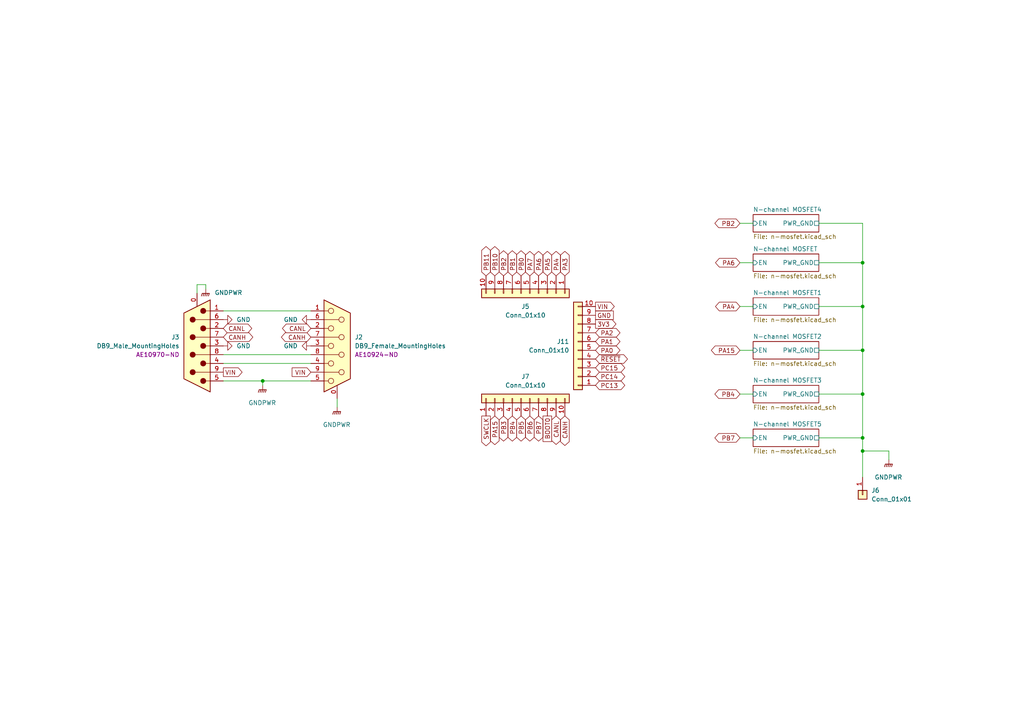
<source format=kicad_sch>
(kicad_sch (version 20211123) (generator eeschema)

  (uuid b8b47959-dd85-42dd-ba35-fe504a2b2ba5)

  (paper "A4")

  (lib_symbols
    (symbol "Connector:DB9_Female_MountingHoles" (pin_names (offset 1.016) hide) (in_bom yes) (on_board yes)
      (property "Reference" "J" (id 0) (at 0 16.51 0)
        (effects (font (size 1.27 1.27)))
      )
      (property "Value" "DB9_Female_MountingHoles" (id 1) (at 0 14.605 0)
        (effects (font (size 1.27 1.27)))
      )
      (property "Footprint" "" (id 2) (at 0 0 0)
        (effects (font (size 1.27 1.27)) hide)
      )
      (property "Datasheet" " ~" (id 3) (at 0 0 0)
        (effects (font (size 1.27 1.27)) hide)
      )
      (property "ki_keywords" "connector female D-SUB" (id 4) (at 0 0 0)
        (effects (font (size 1.27 1.27)) hide)
      )
      (property "ki_description" "9-pin female D-SUB connector, Mounting Hole" (id 5) (at 0 0 0)
        (effects (font (size 1.27 1.27)) hide)
      )
      (property "ki_fp_filters" "DSUB*Female*" (id 6) (at 0 0 0)
        (effects (font (size 1.27 1.27)) hide)
      )
      (symbol "DB9_Female_MountingHoles_0_1"
        (circle (center -1.778 -10.16) (radius 0.762)
          (stroke (width 0) (type default) (color 0 0 0 0))
          (fill (type none))
        )
        (circle (center -1.778 -5.08) (radius 0.762)
          (stroke (width 0) (type default) (color 0 0 0 0))
          (fill (type none))
        )
        (circle (center -1.778 0) (radius 0.762)
          (stroke (width 0) (type default) (color 0 0 0 0))
          (fill (type none))
        )
        (circle (center -1.778 5.08) (radius 0.762)
          (stroke (width 0) (type default) (color 0 0 0 0))
          (fill (type none))
        )
        (circle (center -1.778 10.16) (radius 0.762)
          (stroke (width 0) (type default) (color 0 0 0 0))
          (fill (type none))
        )
        (polyline
          (pts
            (xy -3.81 -10.16)
            (xy -2.54 -10.16)
          )
          (stroke (width 0) (type default) (color 0 0 0 0))
          (fill (type none))
        )
        (polyline
          (pts
            (xy -3.81 -7.62)
            (xy 0.508 -7.62)
          )
          (stroke (width 0) (type default) (color 0 0 0 0))
          (fill (type none))
        )
        (polyline
          (pts
            (xy -3.81 -5.08)
            (xy -2.54 -5.08)
          )
          (stroke (width 0) (type default) (color 0 0 0 0))
          (fill (type none))
        )
        (polyline
          (pts
            (xy -3.81 -2.54)
            (xy 0.508 -2.54)
          )
          (stroke (width 0) (type default) (color 0 0 0 0))
          (fill (type none))
        )
        (polyline
          (pts
            (xy -3.81 0)
            (xy -2.54 0)
          )
          (stroke (width 0) (type default) (color 0 0 0 0))
          (fill (type none))
        )
        (polyline
          (pts
            (xy -3.81 2.54)
            (xy 0.508 2.54)
          )
          (stroke (width 0) (type default) (color 0 0 0 0))
          (fill (type none))
        )
        (polyline
          (pts
            (xy -3.81 5.08)
            (xy -2.54 5.08)
          )
          (stroke (width 0) (type default) (color 0 0 0 0))
          (fill (type none))
        )
        (polyline
          (pts
            (xy -3.81 7.62)
            (xy 0.508 7.62)
          )
          (stroke (width 0) (type default) (color 0 0 0 0))
          (fill (type none))
        )
        (polyline
          (pts
            (xy -3.81 10.16)
            (xy -2.54 10.16)
          )
          (stroke (width 0) (type default) (color 0 0 0 0))
          (fill (type none))
        )
        (polyline
          (pts
            (xy -3.81 13.335)
            (xy -3.81 -13.335)
            (xy 3.81 -9.525)
            (xy 3.81 9.525)
            (xy -3.81 13.335)
          )
          (stroke (width 0.254) (type default) (color 0 0 0 0))
          (fill (type background))
        )
        (circle (center 1.27 -7.62) (radius 0.762)
          (stroke (width 0) (type default) (color 0 0 0 0))
          (fill (type none))
        )
        (circle (center 1.27 -2.54) (radius 0.762)
          (stroke (width 0) (type default) (color 0 0 0 0))
          (fill (type none))
        )
        (circle (center 1.27 2.54) (radius 0.762)
          (stroke (width 0) (type default) (color 0 0 0 0))
          (fill (type none))
        )
        (circle (center 1.27 7.62) (radius 0.762)
          (stroke (width 0) (type default) (color 0 0 0 0))
          (fill (type none))
        )
      )
      (symbol "DB9_Female_MountingHoles_1_1"
        (pin passive line (at 0 -15.24 90) (length 3.81)
          (name "PAD" (effects (font (size 1.27 1.27))))
          (number "0" (effects (font (size 1.27 1.27))))
        )
        (pin passive line (at -7.62 10.16 0) (length 3.81)
          (name "1" (effects (font (size 1.27 1.27))))
          (number "1" (effects (font (size 1.27 1.27))))
        )
        (pin passive line (at -7.62 5.08 0) (length 3.81)
          (name "2" (effects (font (size 1.27 1.27))))
          (number "2" (effects (font (size 1.27 1.27))))
        )
        (pin passive line (at -7.62 0 0) (length 3.81)
          (name "3" (effects (font (size 1.27 1.27))))
          (number "3" (effects (font (size 1.27 1.27))))
        )
        (pin passive line (at -7.62 -5.08 0) (length 3.81)
          (name "4" (effects (font (size 1.27 1.27))))
          (number "4" (effects (font (size 1.27 1.27))))
        )
        (pin passive line (at -7.62 -10.16 0) (length 3.81)
          (name "5" (effects (font (size 1.27 1.27))))
          (number "5" (effects (font (size 1.27 1.27))))
        )
        (pin passive line (at -7.62 7.62 0) (length 3.81)
          (name "6" (effects (font (size 1.27 1.27))))
          (number "6" (effects (font (size 1.27 1.27))))
        )
        (pin passive line (at -7.62 2.54 0) (length 3.81)
          (name "7" (effects (font (size 1.27 1.27))))
          (number "7" (effects (font (size 1.27 1.27))))
        )
        (pin passive line (at -7.62 -2.54 0) (length 3.81)
          (name "8" (effects (font (size 1.27 1.27))))
          (number "8" (effects (font (size 1.27 1.27))))
        )
        (pin passive line (at -7.62 -7.62 0) (length 3.81)
          (name "9" (effects (font (size 1.27 1.27))))
          (number "9" (effects (font (size 1.27 1.27))))
        )
      )
    )
    (symbol "Connector:DB9_Male_MountingHoles" (pin_names (offset 1.016) hide) (in_bom yes) (on_board yes)
      (property "Reference" "J" (id 0) (at 0 16.51 0)
        (effects (font (size 1.27 1.27)))
      )
      (property "Value" "DB9_Male_MountingHoles" (id 1) (at 0 14.605 0)
        (effects (font (size 1.27 1.27)))
      )
      (property "Footprint" "" (id 2) (at 0 0 0)
        (effects (font (size 1.27 1.27)) hide)
      )
      (property "Datasheet" " ~" (id 3) (at 0 0 0)
        (effects (font (size 1.27 1.27)) hide)
      )
      (property "ki_keywords" "connector male D-SUB" (id 4) (at 0 0 0)
        (effects (font (size 1.27 1.27)) hide)
      )
      (property "ki_description" "9-pin male D-SUB connector, Mounting Hole" (id 5) (at 0 0 0)
        (effects (font (size 1.27 1.27)) hide)
      )
      (property "ki_fp_filters" "DSUB*Male*" (id 6) (at 0 0 0)
        (effects (font (size 1.27 1.27)) hide)
      )
      (symbol "DB9_Male_MountingHoles_0_1"
        (circle (center -1.778 -10.16) (radius 0.762)
          (stroke (width 0) (type default) (color 0 0 0 0))
          (fill (type outline))
        )
        (circle (center -1.778 -5.08) (radius 0.762)
          (stroke (width 0) (type default) (color 0 0 0 0))
          (fill (type outline))
        )
        (circle (center -1.778 0) (radius 0.762)
          (stroke (width 0) (type default) (color 0 0 0 0))
          (fill (type outline))
        )
        (circle (center -1.778 5.08) (radius 0.762)
          (stroke (width 0) (type default) (color 0 0 0 0))
          (fill (type outline))
        )
        (circle (center -1.778 10.16) (radius 0.762)
          (stroke (width 0) (type default) (color 0 0 0 0))
          (fill (type outline))
        )
        (polyline
          (pts
            (xy -3.81 -10.16)
            (xy -2.54 -10.16)
          )
          (stroke (width 0) (type default) (color 0 0 0 0))
          (fill (type none))
        )
        (polyline
          (pts
            (xy -3.81 -7.62)
            (xy 0.508 -7.62)
          )
          (stroke (width 0) (type default) (color 0 0 0 0))
          (fill (type none))
        )
        (polyline
          (pts
            (xy -3.81 -5.08)
            (xy -2.54 -5.08)
          )
          (stroke (width 0) (type default) (color 0 0 0 0))
          (fill (type none))
        )
        (polyline
          (pts
            (xy -3.81 -2.54)
            (xy 0.508 -2.54)
          )
          (stroke (width 0) (type default) (color 0 0 0 0))
          (fill (type none))
        )
        (polyline
          (pts
            (xy -3.81 0)
            (xy -2.54 0)
          )
          (stroke (width 0) (type default) (color 0 0 0 0))
          (fill (type none))
        )
        (polyline
          (pts
            (xy -3.81 2.54)
            (xy 0.508 2.54)
          )
          (stroke (width 0) (type default) (color 0 0 0 0))
          (fill (type none))
        )
        (polyline
          (pts
            (xy -3.81 5.08)
            (xy -2.54 5.08)
          )
          (stroke (width 0) (type default) (color 0 0 0 0))
          (fill (type none))
        )
        (polyline
          (pts
            (xy -3.81 7.62)
            (xy 0.508 7.62)
          )
          (stroke (width 0) (type default) (color 0 0 0 0))
          (fill (type none))
        )
        (polyline
          (pts
            (xy -3.81 10.16)
            (xy -2.54 10.16)
          )
          (stroke (width 0) (type default) (color 0 0 0 0))
          (fill (type none))
        )
        (polyline
          (pts
            (xy -3.81 -13.335)
            (xy -3.81 13.335)
            (xy 3.81 9.525)
            (xy 3.81 -9.525)
            (xy -3.81 -13.335)
          )
          (stroke (width 0.254) (type default) (color 0 0 0 0))
          (fill (type background))
        )
        (circle (center 1.27 -7.62) (radius 0.762)
          (stroke (width 0) (type default) (color 0 0 0 0))
          (fill (type outline))
        )
        (circle (center 1.27 -2.54) (radius 0.762)
          (stroke (width 0) (type default) (color 0 0 0 0))
          (fill (type outline))
        )
        (circle (center 1.27 2.54) (radius 0.762)
          (stroke (width 0) (type default) (color 0 0 0 0))
          (fill (type outline))
        )
        (circle (center 1.27 7.62) (radius 0.762)
          (stroke (width 0) (type default) (color 0 0 0 0))
          (fill (type outline))
        )
      )
      (symbol "DB9_Male_MountingHoles_1_1"
        (pin passive line (at 0 -15.24 90) (length 3.81)
          (name "PAD" (effects (font (size 1.27 1.27))))
          (number "0" (effects (font (size 1.27 1.27))))
        )
        (pin passive line (at -7.62 -10.16 0) (length 3.81)
          (name "1" (effects (font (size 1.27 1.27))))
          (number "1" (effects (font (size 1.27 1.27))))
        )
        (pin passive line (at -7.62 -5.08 0) (length 3.81)
          (name "2" (effects (font (size 1.27 1.27))))
          (number "2" (effects (font (size 1.27 1.27))))
        )
        (pin passive line (at -7.62 0 0) (length 3.81)
          (name "3" (effects (font (size 1.27 1.27))))
          (number "3" (effects (font (size 1.27 1.27))))
        )
        (pin passive line (at -7.62 5.08 0) (length 3.81)
          (name "4" (effects (font (size 1.27 1.27))))
          (number "4" (effects (font (size 1.27 1.27))))
        )
        (pin passive line (at -7.62 10.16 0) (length 3.81)
          (name "5" (effects (font (size 1.27 1.27))))
          (number "5" (effects (font (size 1.27 1.27))))
        )
        (pin passive line (at -7.62 -7.62 0) (length 3.81)
          (name "6" (effects (font (size 1.27 1.27))))
          (number "6" (effects (font (size 1.27 1.27))))
        )
        (pin passive line (at -7.62 -2.54 0) (length 3.81)
          (name "7" (effects (font (size 1.27 1.27))))
          (number "7" (effects (font (size 1.27 1.27))))
        )
        (pin passive line (at -7.62 2.54 0) (length 3.81)
          (name "8" (effects (font (size 1.27 1.27))))
          (number "8" (effects (font (size 1.27 1.27))))
        )
        (pin passive line (at -7.62 7.62 0) (length 3.81)
          (name "9" (effects (font (size 1.27 1.27))))
          (number "9" (effects (font (size 1.27 1.27))))
        )
      )
    )
    (symbol "Connector_Generic:Conn_01x01" (pin_names (offset 1.016) hide) (in_bom yes) (on_board yes)
      (property "Reference" "J" (id 0) (at 0 2.54 0)
        (effects (font (size 1.27 1.27)))
      )
      (property "Value" "Conn_01x01" (id 1) (at 0 -2.54 0)
        (effects (font (size 1.27 1.27)))
      )
      (property "Footprint" "" (id 2) (at 0 0 0)
        (effects (font (size 1.27 1.27)) hide)
      )
      (property "Datasheet" "~" (id 3) (at 0 0 0)
        (effects (font (size 1.27 1.27)) hide)
      )
      (property "ki_keywords" "connector" (id 4) (at 0 0 0)
        (effects (font (size 1.27 1.27)) hide)
      )
      (property "ki_description" "Generic connector, single row, 01x01, script generated (kicad-library-utils/schlib/autogen/connector/)" (id 5) (at 0 0 0)
        (effects (font (size 1.27 1.27)) hide)
      )
      (property "ki_fp_filters" "Connector*:*_1x??_*" (id 6) (at 0 0 0)
        (effects (font (size 1.27 1.27)) hide)
      )
      (symbol "Conn_01x01_1_1"
        (rectangle (start -1.27 0.127) (end 0 -0.127)
          (stroke (width 0.1524) (type default) (color 0 0 0 0))
          (fill (type none))
        )
        (rectangle (start -1.27 1.27) (end 1.27 -1.27)
          (stroke (width 0.254) (type default) (color 0 0 0 0))
          (fill (type background))
        )
        (pin passive line (at -5.08 0 0) (length 3.81)
          (name "Pin_1" (effects (font (size 1.27 1.27))))
          (number "1" (effects (font (size 1.27 1.27))))
        )
      )
    )
    (symbol "Connector_Generic:Conn_01x10" (pin_names (offset 1.016) hide) (in_bom yes) (on_board yes)
      (property "Reference" "J" (id 0) (at 0 12.7 0)
        (effects (font (size 1.27 1.27)))
      )
      (property "Value" "Conn_01x10" (id 1) (at 0 -15.24 0)
        (effects (font (size 1.27 1.27)))
      )
      (property "Footprint" "" (id 2) (at 0 0 0)
        (effects (font (size 1.27 1.27)) hide)
      )
      (property "Datasheet" "~" (id 3) (at 0 0 0)
        (effects (font (size 1.27 1.27)) hide)
      )
      (property "ki_keywords" "connector" (id 4) (at 0 0 0)
        (effects (font (size 1.27 1.27)) hide)
      )
      (property "ki_description" "Generic connector, single row, 01x10, script generated (kicad-library-utils/schlib/autogen/connector/)" (id 5) (at 0 0 0)
        (effects (font (size 1.27 1.27)) hide)
      )
      (property "ki_fp_filters" "Connector*:*_1x??_*" (id 6) (at 0 0 0)
        (effects (font (size 1.27 1.27)) hide)
      )
      (symbol "Conn_01x10_1_1"
        (rectangle (start -1.27 -12.573) (end 0 -12.827)
          (stroke (width 0.1524) (type default) (color 0 0 0 0))
          (fill (type none))
        )
        (rectangle (start -1.27 -10.033) (end 0 -10.287)
          (stroke (width 0.1524) (type default) (color 0 0 0 0))
          (fill (type none))
        )
        (rectangle (start -1.27 -7.493) (end 0 -7.747)
          (stroke (width 0.1524) (type default) (color 0 0 0 0))
          (fill (type none))
        )
        (rectangle (start -1.27 -4.953) (end 0 -5.207)
          (stroke (width 0.1524) (type default) (color 0 0 0 0))
          (fill (type none))
        )
        (rectangle (start -1.27 -2.413) (end 0 -2.667)
          (stroke (width 0.1524) (type default) (color 0 0 0 0))
          (fill (type none))
        )
        (rectangle (start -1.27 0.127) (end 0 -0.127)
          (stroke (width 0.1524) (type default) (color 0 0 0 0))
          (fill (type none))
        )
        (rectangle (start -1.27 2.667) (end 0 2.413)
          (stroke (width 0.1524) (type default) (color 0 0 0 0))
          (fill (type none))
        )
        (rectangle (start -1.27 5.207) (end 0 4.953)
          (stroke (width 0.1524) (type default) (color 0 0 0 0))
          (fill (type none))
        )
        (rectangle (start -1.27 7.747) (end 0 7.493)
          (stroke (width 0.1524) (type default) (color 0 0 0 0))
          (fill (type none))
        )
        (rectangle (start -1.27 10.287) (end 0 10.033)
          (stroke (width 0.1524) (type default) (color 0 0 0 0))
          (fill (type none))
        )
        (rectangle (start -1.27 11.43) (end 1.27 -13.97)
          (stroke (width 0.254) (type default) (color 0 0 0 0))
          (fill (type background))
        )
        (pin passive line (at -5.08 10.16 0) (length 3.81)
          (name "Pin_1" (effects (font (size 1.27 1.27))))
          (number "1" (effects (font (size 1.27 1.27))))
        )
        (pin passive line (at -5.08 -12.7 0) (length 3.81)
          (name "Pin_10" (effects (font (size 1.27 1.27))))
          (number "10" (effects (font (size 1.27 1.27))))
        )
        (pin passive line (at -5.08 7.62 0) (length 3.81)
          (name "Pin_2" (effects (font (size 1.27 1.27))))
          (number "2" (effects (font (size 1.27 1.27))))
        )
        (pin passive line (at -5.08 5.08 0) (length 3.81)
          (name "Pin_3" (effects (font (size 1.27 1.27))))
          (number "3" (effects (font (size 1.27 1.27))))
        )
        (pin passive line (at -5.08 2.54 0) (length 3.81)
          (name "Pin_4" (effects (font (size 1.27 1.27))))
          (number "4" (effects (font (size 1.27 1.27))))
        )
        (pin passive line (at -5.08 0 0) (length 3.81)
          (name "Pin_5" (effects (font (size 1.27 1.27))))
          (number "5" (effects (font (size 1.27 1.27))))
        )
        (pin passive line (at -5.08 -2.54 0) (length 3.81)
          (name "Pin_6" (effects (font (size 1.27 1.27))))
          (number "6" (effects (font (size 1.27 1.27))))
        )
        (pin passive line (at -5.08 -5.08 0) (length 3.81)
          (name "Pin_7" (effects (font (size 1.27 1.27))))
          (number "7" (effects (font (size 1.27 1.27))))
        )
        (pin passive line (at -5.08 -7.62 0) (length 3.81)
          (name "Pin_8" (effects (font (size 1.27 1.27))))
          (number "8" (effects (font (size 1.27 1.27))))
        )
        (pin passive line (at -5.08 -10.16 0) (length 3.81)
          (name "Pin_9" (effects (font (size 1.27 1.27))))
          (number "9" (effects (font (size 1.27 1.27))))
        )
      )
    )
    (symbol "power:GND" (power) (pin_names (offset 0)) (in_bom yes) (on_board yes)
      (property "Reference" "#PWR" (id 0) (at 0 -6.35 0)
        (effects (font (size 1.27 1.27)) hide)
      )
      (property "Value" "GND" (id 1) (at 0 -3.81 0)
        (effects (font (size 1.27 1.27)))
      )
      (property "Footprint" "" (id 2) (at 0 0 0)
        (effects (font (size 1.27 1.27)) hide)
      )
      (property "Datasheet" "" (id 3) (at 0 0 0)
        (effects (font (size 1.27 1.27)) hide)
      )
      (property "ki_keywords" "power-flag" (id 4) (at 0 0 0)
        (effects (font (size 1.27 1.27)) hide)
      )
      (property "ki_description" "Power symbol creates a global label with name \"GND\" , ground" (id 5) (at 0 0 0)
        (effects (font (size 1.27 1.27)) hide)
      )
      (symbol "GND_0_1"
        (polyline
          (pts
            (xy 0 0)
            (xy 0 -1.27)
            (xy 1.27 -1.27)
            (xy 0 -2.54)
            (xy -1.27 -1.27)
            (xy 0 -1.27)
          )
          (stroke (width 0) (type default) (color 0 0 0 0))
          (fill (type none))
        )
      )
      (symbol "GND_1_1"
        (pin power_in line (at 0 0 270) (length 0) hide
          (name "GND" (effects (font (size 1.27 1.27))))
          (number "1" (effects (font (size 1.27 1.27))))
        )
      )
    )
    (symbol "power:GNDPWR" (power) (pin_names (offset 0)) (in_bom yes) (on_board yes)
      (property "Reference" "#PWR" (id 0) (at 0 -5.08 0)
        (effects (font (size 1.27 1.27)) hide)
      )
      (property "Value" "GNDPWR" (id 1) (at 0 -3.302 0)
        (effects (font (size 1.27 1.27)))
      )
      (property "Footprint" "" (id 2) (at 0 -1.27 0)
        (effects (font (size 1.27 1.27)) hide)
      )
      (property "Datasheet" "" (id 3) (at 0 -1.27 0)
        (effects (font (size 1.27 1.27)) hide)
      )
      (property "ki_keywords" "power-flag" (id 4) (at 0 0 0)
        (effects (font (size 1.27 1.27)) hide)
      )
      (property "ki_description" "Power symbol creates a global label with name \"GNDPWR\" , power ground" (id 5) (at 0 0 0)
        (effects (font (size 1.27 1.27)) hide)
      )
      (symbol "GNDPWR_0_1"
        (polyline
          (pts
            (xy 0 -1.27)
            (xy 0 0)
          )
          (stroke (width 0) (type default) (color 0 0 0 0))
          (fill (type none))
        )
        (polyline
          (pts
            (xy -1.016 -1.27)
            (xy -1.27 -2.032)
            (xy -1.27 -2.032)
          )
          (stroke (width 0.2032) (type default) (color 0 0 0 0))
          (fill (type none))
        )
        (polyline
          (pts
            (xy -0.508 -1.27)
            (xy -0.762 -2.032)
            (xy -0.762 -2.032)
          )
          (stroke (width 0.2032) (type default) (color 0 0 0 0))
          (fill (type none))
        )
        (polyline
          (pts
            (xy 0 -1.27)
            (xy -0.254 -2.032)
            (xy -0.254 -2.032)
          )
          (stroke (width 0.2032) (type default) (color 0 0 0 0))
          (fill (type none))
        )
        (polyline
          (pts
            (xy 0.508 -1.27)
            (xy 0.254 -2.032)
            (xy 0.254 -2.032)
          )
          (stroke (width 0.2032) (type default) (color 0 0 0 0))
          (fill (type none))
        )
        (polyline
          (pts
            (xy 1.016 -1.27)
            (xy -1.016 -1.27)
            (xy -1.016 -1.27)
          )
          (stroke (width 0.2032) (type default) (color 0 0 0 0))
          (fill (type none))
        )
        (polyline
          (pts
            (xy 1.016 -1.27)
            (xy 0.762 -2.032)
            (xy 0.762 -2.032)
            (xy 0.762 -2.032)
          )
          (stroke (width 0.2032) (type default) (color 0 0 0 0))
          (fill (type none))
        )
      )
      (symbol "GNDPWR_1_1"
        (pin power_in line (at 0 0 270) (length 0) hide
          (name "GNDPWR" (effects (font (size 1.27 1.27))))
          (number "1" (effects (font (size 1.27 1.27))))
        )
      )
    )
  )

  (junction (at 250.19 88.9) (diameter 0) (color 0 0 0 0)
    (uuid 2e0f7f48-a46f-4b2d-89ed-5cf555fe6a05)
  )
  (junction (at 250.19 127) (diameter 0) (color 0 0 0 0)
    (uuid 523dc418-1f83-4171-90a0-1f8992f3bada)
  )
  (junction (at 250.19 130.81) (diameter 0) (color 0 0 0 0)
    (uuid 540e0f82-25ba-4c41-9e4e-bcd324be3333)
  )
  (junction (at 250.19 76.2) (diameter 0) (color 0 0 0 0)
    (uuid 5a79172a-a0b3-453f-954b-f2b609e19112)
  )
  (junction (at 250.19 114.3) (diameter 0) (color 0 0 0 0)
    (uuid 7c00d058-9fde-4436-bf94-006f39167f17)
  )
  (junction (at 76.2 110.49) (diameter 0) (color 0 0 0 0)
    (uuid 8b7393cf-e7fb-4e01-a0b9-bdfd3ba636e8)
  )
  (junction (at 250.19 101.6) (diameter 0) (color 0 0 0 0)
    (uuid ec053206-eddb-4bfc-9fb7-20afe0dadafb)
  )

  (wire (pts (xy 237.49 64.77) (xy 250.19 64.77))
    (stroke (width 0) (type default) (color 0 0 0 0))
    (uuid 0893686b-f25f-4f3d-a9f7-f0117844b11b)
  )
  (wire (pts (xy 214.63 101.6) (xy 218.44 101.6))
    (stroke (width 0) (type default) (color 0 0 0 0))
    (uuid 1521a7b9-1764-4bee-85d2-062efc07a085)
  )
  (wire (pts (xy 214.63 64.77) (xy 218.44 64.77))
    (stroke (width 0) (type default) (color 0 0 0 0))
    (uuid 15575d24-3038-41f3-bbad-af3737f9dd79)
  )
  (wire (pts (xy 214.63 76.2) (xy 218.44 76.2))
    (stroke (width 0) (type default) (color 0 0 0 0))
    (uuid 1a4ff5d2-df5c-496b-9a7f-74a300ae0f3b)
  )
  (wire (pts (xy 59.69 82.55) (xy 57.15 82.55))
    (stroke (width 0) (type default) (color 0 0 0 0))
    (uuid 1f069909-91d8-42e9-8394-e41dac0be5a2)
  )
  (wire (pts (xy 214.63 127) (xy 218.44 127))
    (stroke (width 0) (type default) (color 0 0 0 0))
    (uuid 267d60c5-b4fb-485e-9977-df60e0f52272)
  )
  (wire (pts (xy 76.2 110.49) (xy 90.17 110.49))
    (stroke (width 0) (type default) (color 0 0 0 0))
    (uuid 31378ee9-2d3a-4eff-be16-58139370886e)
  )
  (wire (pts (xy 250.19 127) (xy 250.19 130.81))
    (stroke (width 0) (type default) (color 0 0 0 0))
    (uuid 401384c7-dc61-4e67-9eaa-967907c6061d)
  )
  (wire (pts (xy 64.77 110.49) (xy 76.2 110.49))
    (stroke (width 0) (type default) (color 0 0 0 0))
    (uuid 51027dd8-b007-4fb2-ac88-1a8bc94a350a)
  )
  (wire (pts (xy 250.19 114.3) (xy 250.19 127))
    (stroke (width 0) (type default) (color 0 0 0 0))
    (uuid 59649efd-c4c8-40d7-924d-8ddeb9124a38)
  )
  (wire (pts (xy 97.79 115.57) (xy 97.79 118.11))
    (stroke (width 0) (type default) (color 0 0 0 0))
    (uuid 5de50c75-06cc-4801-8b6e-8bdd68dde90c)
  )
  (wire (pts (xy 237.49 127) (xy 250.19 127))
    (stroke (width 0) (type default) (color 0 0 0 0))
    (uuid 6230129b-0726-4fff-802f-c76a121eb2c6)
  )
  (wire (pts (xy 57.15 82.55) (xy 57.15 85.09))
    (stroke (width 0) (type default) (color 0 0 0 0))
    (uuid 686ca9ef-f1e9-4476-b576-2dbd9f2ad4f7)
  )
  (wire (pts (xy 250.19 88.9) (xy 250.19 101.6))
    (stroke (width 0) (type default) (color 0 0 0 0))
    (uuid 6e003468-5a4f-41a9-8df5-adfaeff020e5)
  )
  (wire (pts (xy 250.19 76.2) (xy 250.19 88.9))
    (stroke (width 0) (type default) (color 0 0 0 0))
    (uuid 7358735f-6962-4c87-8477-03d1a662b819)
  )
  (wire (pts (xy 257.81 133.35) (xy 257.81 130.81))
    (stroke (width 0) (type default) (color 0 0 0 0))
    (uuid 80e89c33-6fc6-458c-83b1-9ca02908438d)
  )
  (wire (pts (xy 237.49 114.3) (xy 250.19 114.3))
    (stroke (width 0) (type default) (color 0 0 0 0))
    (uuid 8a9d912c-973b-4a78-b33b-376bd093fb25)
  )
  (wire (pts (xy 214.63 114.3) (xy 218.44 114.3))
    (stroke (width 0) (type default) (color 0 0 0 0))
    (uuid 8ba54ab2-773f-498e-98ee-c8334a79184a)
  )
  (wire (pts (xy 237.49 88.9) (xy 250.19 88.9))
    (stroke (width 0) (type default) (color 0 0 0 0))
    (uuid 92854dcb-c049-4ebd-a40b-fb62bc794a17)
  )
  (wire (pts (xy 237.49 101.6) (xy 250.19 101.6))
    (stroke (width 0) (type default) (color 0 0 0 0))
    (uuid 9456e8f8-ab97-431e-b81b-1a136418d9ea)
  )
  (wire (pts (xy 250.19 130.81) (xy 250.19 138.43))
    (stroke (width 0) (type default) (color 0 0 0 0))
    (uuid 9aba4387-ab67-4042-8d08-3e606f102ddd)
  )
  (wire (pts (xy 76.2 110.49) (xy 76.2 111.76))
    (stroke (width 0) (type default) (color 0 0 0 0))
    (uuid b3e98a28-f932-4ab1-9f01-93cda8ccaeb3)
  )
  (wire (pts (xy 257.81 130.81) (xy 250.19 130.81))
    (stroke (width 0) (type default) (color 0 0 0 0))
    (uuid b6290767-4fc9-40bd-a44b-45282ac9c7a9)
  )
  (wire (pts (xy 237.49 76.2) (xy 250.19 76.2))
    (stroke (width 0) (type default) (color 0 0 0 0))
    (uuid c15af12d-6ab6-446d-bcec-477a82db6cfc)
  )
  (wire (pts (xy 59.69 83.82) (xy 59.69 82.55))
    (stroke (width 0) (type default) (color 0 0 0 0))
    (uuid c6abe222-a68c-455e-9a73-b799cceb3eca)
  )
  (wire (pts (xy 64.77 90.17) (xy 90.17 90.17))
    (stroke (width 0) (type default) (color 0 0 0 0))
    (uuid d52284be-2f19-43ae-89b2-a97748db87df)
  )
  (wire (pts (xy 64.77 102.87) (xy 90.17 102.87))
    (stroke (width 0) (type default) (color 0 0 0 0))
    (uuid e95b1157-40e9-48c2-a1a1-32654370f90b)
  )
  (wire (pts (xy 64.77 105.41) (xy 90.17 105.41))
    (stroke (width 0) (type default) (color 0 0 0 0))
    (uuid f12ef764-2cc0-41ef-a4ba-e11b922ca82b)
  )
  (wire (pts (xy 214.63 88.9) (xy 218.44 88.9))
    (stroke (width 0) (type default) (color 0 0 0 0))
    (uuid f5cef688-afc7-476e-a034-ff4d48e10826)
  )
  (wire (pts (xy 250.19 101.6) (xy 250.19 114.3))
    (stroke (width 0) (type default) (color 0 0 0 0))
    (uuid f7a97aed-0933-4891-a1ea-de39334916c5)
  )
  (wire (pts (xy 250.19 64.77) (xy 250.19 76.2))
    (stroke (width 0) (type default) (color 0 0 0 0))
    (uuid fc2c1691-16e7-4fb0-808a-01a8f265d2c2)
  )

  (global_label "PB7" (shape bidirectional) (at 214.63 127 180) (fields_autoplaced)
    (effects (font (size 1.27 1.27)) (justify right))
    (uuid 044714ed-a86b-41b1-af15-0f76e8cf56de)
    (property "Intersheet References" "${INTERSHEET_REFS}" (id 0) (at 208.4674 126.9206 0)
      (effects (font (size 1.27 1.27)) (justify right) hide)
    )
  )
  (global_label "PB2" (shape bidirectional) (at 214.63 64.77 180) (fields_autoplaced)
    (effects (font (size 1.27 1.27)) (justify right))
    (uuid 0a8afe25-a828-4f40-8f18-b8dde23fa419)
    (property "Intersheet References" "${INTERSHEET_REFS}" (id 0) (at 208.4674 64.6906 0)
      (effects (font (size 1.27 1.27)) (justify right) hide)
    )
  )
  (global_label "PC13" (shape bidirectional) (at 172.72 111.76 0) (fields_autoplaced)
    (effects (font (size 1.27 1.27)) (justify left))
    (uuid 13bd9389-cd15-4621-9687-f8789cd33dfc)
    (property "Intersheet References" "${INTERSHEET_REFS}" (id 0) (at 180.0921 111.8394 0)
      (effects (font (size 1.27 1.27)) (justify left) hide)
    )
  )
  (global_label "VIN" (shape input) (at 90.17 107.95 180) (fields_autoplaced)
    (effects (font (size 1.27 1.27)) (justify right))
    (uuid 1dae90d4-71de-43f8-bea0-bed852b2b4c5)
    (property "Intersheet References" "${INTERSHEET_REFS}" (id 0) (at 84.7331 107.8706 0)
      (effects (font (size 1.27 1.27)) (justify right) hide)
    )
  )
  (global_label "PB6" (shape bidirectional) (at 153.67 120.65 270) (fields_autoplaced)
    (effects (font (size 1.27 1.27)) (justify right))
    (uuid 1ef24a86-7b86-4c09-8ed8-86cd860cd952)
    (property "Intersheet References" "${INTERSHEET_REFS}" (id 0) (at 153.5906 126.8126 90)
      (effects (font (size 1.27 1.27)) (justify right) hide)
    )
  )
  (global_label "PA2" (shape bidirectional) (at 172.72 96.52 0) (fields_autoplaced)
    (effects (font (size 1.27 1.27)) (justify left))
    (uuid 24e711ed-6de6-45d8-81f7-21c0bb95ee1e)
    (property "Intersheet References" "${INTERSHEET_REFS}" (id 0) (at 178.7012 96.5994 0)
      (effects (font (size 1.27 1.27)) (justify left) hide)
    )
  )
  (global_label "PC15" (shape bidirectional) (at 172.72 106.68 0) (fields_autoplaced)
    (effects (font (size 1.27 1.27)) (justify left))
    (uuid 268eb1a6-19fa-463a-9f7b-eb127f800d77)
    (property "Intersheet References" "${INTERSHEET_REFS}" (id 0) (at 180.0921 106.7594 0)
      (effects (font (size 1.27 1.27)) (justify left) hide)
    )
  )
  (global_label "PA15" (shape bidirectional) (at 214.63 101.6 180) (fields_autoplaced)
    (effects (font (size 1.27 1.27)) (justify right))
    (uuid 270e87fe-e7d2-4f0e-b506-26692c821299)
    (property "Intersheet References" "${INTERSHEET_REFS}" (id 0) (at 207.4393 101.5206 0)
      (effects (font (size 1.27 1.27)) (justify right) hide)
    )
  )
  (global_label "PA4" (shape bidirectional) (at 161.29 80.01 90) (fields_autoplaced)
    (effects (font (size 1.27 1.27)) (justify left))
    (uuid 2a5b84bc-faad-4597-8f94-89d403afae08)
    (property "Intersheet References" "${INTERSHEET_REFS}" (id 0) (at 161.3694 74.0288 90)
      (effects (font (size 1.27 1.27)) (justify left) hide)
    )
  )
  (global_label "PB2" (shape bidirectional) (at 146.05 80.01 90) (fields_autoplaced)
    (effects (font (size 1.27 1.27)) (justify left))
    (uuid 2b1bf74f-7add-40e1-be2b-40f09a8a4202)
    (property "Intersheet References" "${INTERSHEET_REFS}" (id 0) (at 146.1294 73.8474 90)
      (effects (font (size 1.27 1.27)) (justify left) hide)
    )
  )
  (global_label "PA6" (shape bidirectional) (at 214.63 76.2 180) (fields_autoplaced)
    (effects (font (size 1.27 1.27)) (justify right))
    (uuid 35c87524-34d9-4190-8eb6-310ab6d03d4f)
    (property "Intersheet References" "${INTERSHEET_REFS}" (id 0) (at 208.6488 76.1206 0)
      (effects (font (size 1.27 1.27)) (justify right) hide)
    )
  )
  (global_label "PB4" (shape bidirectional) (at 148.59 120.65 270) (fields_autoplaced)
    (effects (font (size 1.27 1.27)) (justify right))
    (uuid 3d8976f3-d48b-431f-88a9-0084fbd11f27)
    (property "Intersheet References" "${INTERSHEET_REFS}" (id 0) (at 148.5106 126.8126 90)
      (effects (font (size 1.27 1.27)) (justify right) hide)
    )
  )
  (global_label "BOOT0" (shape passive) (at 158.75 120.65 270) (fields_autoplaced)
    (effects (font (size 1.27 1.27)) (justify right))
    (uuid 428c0226-42a5-45c7-b8ce-20b5e5c13864)
    (property "Intersheet References" "${INTERSHEET_REFS}" (id 0) (at 158.6706 129.1712 90)
      (effects (font (size 1.27 1.27)) (justify right) hide)
    )
  )
  (global_label "PB1" (shape bidirectional) (at 148.59 80.01 90) (fields_autoplaced)
    (effects (font (size 1.27 1.27)) (justify left))
    (uuid 491b0e2c-3a89-441b-bc45-57e9bd9106fa)
    (property "Intersheet References" "${INTERSHEET_REFS}" (id 0) (at 148.6694 73.8474 90)
      (effects (font (size 1.27 1.27)) (justify left) hide)
    )
  )
  (global_label "PA3" (shape bidirectional) (at 163.83 80.01 90) (fields_autoplaced)
    (effects (font (size 1.27 1.27)) (justify left))
    (uuid 49e03898-db0e-488b-86ab-b3e7aa4c8a64)
    (property "Intersheet References" "${INTERSHEET_REFS}" (id 0) (at 163.9094 74.0288 90)
      (effects (font (size 1.27 1.27)) (justify left) hide)
    )
  )
  (global_label "PB5" (shape bidirectional) (at 151.13 120.65 270) (fields_autoplaced)
    (effects (font (size 1.27 1.27)) (justify right))
    (uuid 4cd18f49-b4de-4838-b9f7-2a78a10a20f6)
    (property "Intersheet References" "${INTERSHEET_REFS}" (id 0) (at 151.0506 126.8126 90)
      (effects (font (size 1.27 1.27)) (justify right) hide)
    )
  )
  (global_label "PB4" (shape bidirectional) (at 214.63 114.3 180) (fields_autoplaced)
    (effects (font (size 1.27 1.27)) (justify right))
    (uuid 576bf056-f693-4854-98b0-ab3035e3703b)
    (property "Intersheet References" "${INTERSHEET_REFS}" (id 0) (at 208.4674 114.2206 0)
      (effects (font (size 1.27 1.27)) (justify right) hide)
    )
  )
  (global_label "PA4" (shape bidirectional) (at 214.63 88.9 180) (fields_autoplaced)
    (effects (font (size 1.27 1.27)) (justify right))
    (uuid 608d3cd5-03b7-4674-b51e-a972bc2a8738)
    (property "Intersheet References" "${INTERSHEET_REFS}" (id 0) (at 208.6488 88.8206 0)
      (effects (font (size 1.27 1.27)) (justify right) hide)
    )
  )
  (global_label "3V3" (shape output) (at 172.72 93.98 0) (fields_autoplaced)
    (effects (font (size 1.27 1.27)) (justify left))
    (uuid 68d66c0d-6fbe-4704-81fb-6defcaf86516)
    (property "Intersheet References" "${INTERSHEET_REFS}" (id 0) (at 178.6407 94.0594 0)
      (effects (font (size 1.27 1.27)) (justify left) hide)
    )
  )
  (global_label "CANH" (shape tri_state) (at 163.83 120.65 270) (fields_autoplaced)
    (effects (font (size 1.27 1.27)) (justify right))
    (uuid 6e18ab7f-6c84-428a-a813-62474bff4913)
    (property "Intersheet References" "${INTERSHEET_REFS}" (id 0) (at 163.7506 128.0826 90)
      (effects (font (size 1.27 1.27)) (justify right) hide)
    )
  )
  (global_label "PA0" (shape bidirectional) (at 172.72 101.6 0) (fields_autoplaced)
    (effects (font (size 1.27 1.27)) (justify left))
    (uuid 76bd1373-ed69-4ac2-9f67-902d6efb7c9b)
    (property "Intersheet References" "${INTERSHEET_REFS}" (id 0) (at 178.7012 101.6794 0)
      (effects (font (size 1.27 1.27)) (justify left) hide)
    )
  )
  (global_label "GND" (shape passive) (at 172.72 91.44 0) (fields_autoplaced)
    (effects (font (size 1.27 1.27)) (justify left))
    (uuid 771e770b-6938-4e70-8a01-10bee08c3aff)
    (property "Intersheet References" "${INTERSHEET_REFS}" (id 0) (at 179.0036 91.5194 0)
      (effects (font (size 1.27 1.27)) (justify left) hide)
    )
  )
  (global_label "PC14" (shape bidirectional) (at 172.72 109.22 0) (fields_autoplaced)
    (effects (font (size 1.27 1.27)) (justify left))
    (uuid 89316040-c4b0-452c-8a31-6b20eb334f2c)
    (property "Intersheet References" "${INTERSHEET_REFS}" (id 0) (at 180.0921 109.2994 0)
      (effects (font (size 1.27 1.27)) (justify left) hide)
    )
  )
  (global_label "PB7" (shape bidirectional) (at 156.21 120.65 270) (fields_autoplaced)
    (effects (font (size 1.27 1.27)) (justify right))
    (uuid 9435dafa-ff3d-4980-a440-d2ed7ac4a83f)
    (property "Intersheet References" "${INTERSHEET_REFS}" (id 0) (at 156.1306 126.8126 90)
      (effects (font (size 1.27 1.27)) (justify right) hide)
    )
  )
  (global_label "SWCLK" (shape output) (at 140.97 120.65 270) (fields_autoplaced)
    (effects (font (size 1.27 1.27)) (justify right))
    (uuid 9899e95f-df2a-4474-b0ff-f6c0b2bc78bf)
    (property "Intersheet References" "${INTERSHEET_REFS}" (id 0) (at 140.8906 129.2921 90)
      (effects (font (size 1.27 1.27)) (justify right) hide)
    )
  )
  (global_label "CANH" (shape tri_state) (at 90.17 97.79 180) (fields_autoplaced)
    (effects (font (size 1.27 1.27)) (justify right))
    (uuid 989d3a65-f1c3-4ecb-94ee-b7ce962b85c4)
    (property "Intersheet References" "${INTERSHEET_REFS}" (id 0) (at 82.7374 97.7106 0)
      (effects (font (size 1.27 1.27)) (justify right) hide)
    )
  )
  (global_label "CANL" (shape tri_state) (at 64.77 95.25 0) (fields_autoplaced)
    (effects (font (size 1.27 1.27)) (justify left))
    (uuid 9df9ac8c-56be-4ea4-b699-293a609c4697)
    (property "Intersheet References" "${INTERSHEET_REFS}" (id 0) (at 71.9002 95.3294 0)
      (effects (font (size 1.27 1.27)) (justify left) hide)
    )
  )
  (global_label "CANH" (shape tri_state) (at 64.77 97.79 0) (fields_autoplaced)
    (effects (font (size 1.27 1.27)) (justify left))
    (uuid a2600272-84c6-41d3-b76b-fddf06f10a3e)
    (property "Intersheet References" "${INTERSHEET_REFS}" (id 0) (at 72.2026 97.8694 0)
      (effects (font (size 1.27 1.27)) (justify left) hide)
    )
  )
  (global_label "PB3" (shape bidirectional) (at 146.05 120.65 270) (fields_autoplaced)
    (effects (font (size 1.27 1.27)) (justify right))
    (uuid ade8fdfc-ee19-4d8e-afb4-3a2f8680c8e3)
    (property "Intersheet References" "${INTERSHEET_REFS}" (id 0) (at 145.9706 126.8126 90)
      (effects (font (size 1.27 1.27)) (justify right) hide)
    )
  )
  (global_label "PA1" (shape bidirectional) (at 172.72 99.06 0) (fields_autoplaced)
    (effects (font (size 1.27 1.27)) (justify left))
    (uuid b2cbdcc3-237a-4f0b-8452-433be244b0d6)
    (property "Intersheet References" "${INTERSHEET_REFS}" (id 0) (at 178.7012 99.1394 0)
      (effects (font (size 1.27 1.27)) (justify left) hide)
    )
  )
  (global_label "VIN" (shape output) (at 64.77 107.95 0) (fields_autoplaced)
    (effects (font (size 1.27 1.27)) (justify left))
    (uuid c89fb923-b9df-45cc-b1f4-0007e6789d15)
    (property "Intersheet References" "${INTERSHEET_REFS}" (id 0) (at 70.2069 108.0294 0)
      (effects (font (size 1.27 1.27)) (justify left) hide)
    )
  )
  (global_label "PA6" (shape bidirectional) (at 156.21 80.01 90) (fields_autoplaced)
    (effects (font (size 1.27 1.27)) (justify left))
    (uuid c901b61b-9497-4dc4-861f-b6b3b2c5ddf2)
    (property "Intersheet References" "${INTERSHEET_REFS}" (id 0) (at 156.2894 74.0288 90)
      (effects (font (size 1.27 1.27)) (justify left) hide)
    )
  )
  (global_label "PB10" (shape bidirectional) (at 143.51 80.01 90) (fields_autoplaced)
    (effects (font (size 1.27 1.27)) (justify left))
    (uuid d433c758-5f74-433e-a67b-06ddaf818573)
    (property "Intersheet References" "${INTERSHEET_REFS}" (id 0) (at 143.5894 72.6379 90)
      (effects (font (size 1.27 1.27)) (justify left) hide)
    )
  )
  (global_label "PA5" (shape bidirectional) (at 158.75 80.01 90) (fields_autoplaced)
    (effects (font (size 1.27 1.27)) (justify left))
    (uuid d5904a85-98bb-4809-8c99-3bec52b7e0e7)
    (property "Intersheet References" "${INTERSHEET_REFS}" (id 0) (at 158.8294 74.0288 90)
      (effects (font (size 1.27 1.27)) (justify left) hide)
    )
  )
  (global_label "VIN" (shape output) (at 172.72 88.9 0) (fields_autoplaced)
    (effects (font (size 1.27 1.27)) (justify left))
    (uuid d874285a-8ccc-4fa0-944f-1d25fd241471)
    (property "Intersheet References" "${INTERSHEET_REFS}" (id 0) (at 178.1569 88.9794 0)
      (effects (font (size 1.27 1.27)) (justify left) hide)
    )
  )
  (global_label "PA7" (shape bidirectional) (at 153.67 80.01 90) (fields_autoplaced)
    (effects (font (size 1.27 1.27)) (justify left))
    (uuid e258fe25-ca7f-43bd-ad32-9a03a59c3805)
    (property "Intersheet References" "${INTERSHEET_REFS}" (id 0) (at 153.7494 74.0288 90)
      (effects (font (size 1.27 1.27)) (justify left) hide)
    )
  )
  (global_label "PB0" (shape bidirectional) (at 151.13 80.01 90) (fields_autoplaced)
    (effects (font (size 1.27 1.27)) (justify left))
    (uuid e3a7cb95-6738-4d5a-9912-db561e6cb960)
    (property "Intersheet References" "${INTERSHEET_REFS}" (id 0) (at 151.2094 73.8474 90)
      (effects (font (size 1.27 1.27)) (justify left) hide)
    )
  )
  (global_label "~{RESET}" (shape tri_state) (at 172.72 104.14 0) (fields_autoplaced)
    (effects (font (size 1.27 1.27)) (justify left))
    (uuid e80e8f35-a42b-469c-99b2-8448cbfd433a)
    (property "Intersheet References" "${INTERSHEET_REFS}" (id 0) (at 180.8783 104.2194 0)
      (effects (font (size 1.27 1.27)) (justify left) hide)
    )
  )
  (global_label "PB11" (shape bidirectional) (at 140.97 80.01 90) (fields_autoplaced)
    (effects (font (size 1.27 1.27)) (justify left))
    (uuid e976b13d-ab8d-4f48-9e1c-44609f6c2130)
    (property "Intersheet References" "${INTERSHEET_REFS}" (id 0) (at 141.0494 72.6379 90)
      (effects (font (size 1.27 1.27)) (justify left) hide)
    )
  )
  (global_label "CANL" (shape tri_state) (at 161.29 120.65 270) (fields_autoplaced)
    (effects (font (size 1.27 1.27)) (justify right))
    (uuid f27c76db-9b11-4ee8-a827-1df1ac9c1bb3)
    (property "Intersheet References" "${INTERSHEET_REFS}" (id 0) (at 161.2106 127.7802 90)
      (effects (font (size 1.27 1.27)) (justify right) hide)
    )
  )
  (global_label "CANL" (shape tri_state) (at 90.17 95.25 180) (fields_autoplaced)
    (effects (font (size 1.27 1.27)) (justify right))
    (uuid fa2271c3-34c4-4ae0-a3cd-258389456ba5)
    (property "Intersheet References" "${INTERSHEET_REFS}" (id 0) (at 83.0398 95.1706 0)
      (effects (font (size 1.27 1.27)) (justify right) hide)
    )
  )
  (global_label "PA15" (shape bidirectional) (at 143.51 120.65 270) (fields_autoplaced)
    (effects (font (size 1.27 1.27)) (justify right))
    (uuid fc1a0995-1057-496d-a0a2-173c570b7095)
    (property "Intersheet References" "${INTERSHEET_REFS}" (id 0) (at 143.4306 127.8407 90)
      (effects (font (size 1.27 1.27)) (justify right) hide)
    )
  )

  (symbol (lib_id "Connector_Generic:Conn_01x10") (at 167.64 101.6 180) (unit 1)
    (in_bom yes) (on_board yes) (fields_autoplaced)
    (uuid 068d776a-3f60-4188-9d2f-88b8b3748045)
    (property "Reference" "J11" (id 0) (at 165.1 99.0599 0)
      (effects (font (size 1.27 1.27)) (justify left))
    )
    (property "Value" "Conn_01x10" (id 1) (at 165.1 101.5999 0)
      (effects (font (size 1.27 1.27)) (justify left))
    )
    (property "Footprint" "Connector_PinSocket_2.54mm:PinSocket_1x10_P2.54mm_Vertical_SMD_Pin1Left" (id 2) (at 167.64 101.6 0)
      (effects (font (size 1.27 1.27)) hide)
    )
    (property "Datasheet" "~" (id 3) (at 167.64 101.6 0)
      (effects (font (size 1.27 1.27)) hide)
    )
    (pin "1" (uuid 6cac65dd-2a5f-4caa-a628-9aa7329ddbc0))
    (pin "10" (uuid 9e1d1cb1-9d75-47d7-94c2-c9d14199e7c2))
    (pin "2" (uuid db0d23bf-50ac-4d87-8f63-d56be080b0e0))
    (pin "3" (uuid c978933c-4ce9-4cd3-9cfe-1471566dea89))
    (pin "4" (uuid 545a4dee-1528-4119-b987-12e552ed881b))
    (pin "5" (uuid 8ba1a13e-a229-4931-99b3-1de3348794c1))
    (pin "6" (uuid 376e4e9f-83a9-4e22-a1f9-780857dc0e1b))
    (pin "7" (uuid c6a07c19-3f50-471b-a8e7-37680d2698ea))
    (pin "8" (uuid a8c7de5e-9a99-425d-abc9-db4e46cb3ec1))
    (pin "9" (uuid d617917b-eaec-4550-a5e2-0ccd9a580f61))
  )

  (symbol (lib_id "power:GND") (at 64.77 100.33 90) (unit 1)
    (in_bom yes) (on_board yes)
    (uuid 0a9476c4-6f8d-4caa-92a0-c8d30fa983ae)
    (property "Reference" "#PWR022" (id 0) (at 71.12 100.33 0)
      (effects (font (size 1.27 1.27)) hide)
    )
    (property "Value" "GND" (id 1) (at 68.58 100.3301 90)
      (effects (font (size 1.27 1.27)) (justify right))
    )
    (property "Footprint" "" (id 2) (at 64.77 100.33 0)
      (effects (font (size 1.27 1.27)) hide)
    )
    (property "Datasheet" "" (id 3) (at 64.77 100.33 0)
      (effects (font (size 1.27 1.27)) hide)
    )
    (pin "1" (uuid 0d6d0e8f-a942-4f50-8d79-7170f4393b58))
  )

  (symbol (lib_id "Connector_Generic:Conn_01x01") (at 250.19 143.51 270) (unit 1)
    (in_bom yes) (on_board yes) (fields_autoplaced)
    (uuid 0ddc6965-ed1e-433c-998f-f28f38e9cf5a)
    (property "Reference" "J6" (id 0) (at 252.73 142.2399 90)
      (effects (font (size 1.27 1.27)) (justify left))
    )
    (property "Value" "Conn_01x01" (id 1) (at 252.73 144.7799 90)
      (effects (font (size 1.27 1.27)) (justify left))
    )
    (property "Footprint" "Connector_Wire:SolderWire-1sqmm_1x01_D1.4mm_OD3.9mm" (id 2) (at 250.19 143.51 0)
      (effects (font (size 1.27 1.27)) hide)
    )
    (property "Datasheet" "~" (id 3) (at 250.19 143.51 0)
      (effects (font (size 1.27 1.27)) hide)
    )
    (pin "1" (uuid e5a21737-482a-4b61-be8b-cac6b31b043f))
  )

  (symbol (lib_id "power:GNDPWR") (at 97.79 118.11 0) (unit 1)
    (in_bom yes) (on_board yes) (fields_autoplaced)
    (uuid 1bc657e3-3bf7-479d-a139-f9f2008ec0ff)
    (property "Reference" "#PWR?" (id 0) (at 97.79 123.19 0)
      (effects (font (size 1.27 1.27)) hide)
    )
    (property "Value" "GNDPWR" (id 1) (at 97.663 123.19 0))
    (property "Footprint" "" (id 2) (at 97.79 119.38 0)
      (effects (font (size 1.27 1.27)) hide)
    )
    (property "Datasheet" "" (id 3) (at 97.79 119.38 0)
      (effects (font (size 1.27 1.27)) hide)
    )
    (pin "1" (uuid 0ac47f60-ddc5-4f10-bb79-5758f8192615))
  )

  (symbol (lib_id "power:GNDPWR") (at 76.2 111.76 0) (unit 1)
    (in_bom yes) (on_board yes) (fields_autoplaced)
    (uuid 4c56cf8e-801a-4577-a39b-a66777529f82)
    (property "Reference" "#PWR?" (id 0) (at 76.2 116.84 0)
      (effects (font (size 1.27 1.27)) hide)
    )
    (property "Value" "GNDPWR" (id 1) (at 76.073 116.84 0))
    (property "Footprint" "" (id 2) (at 76.2 113.03 0)
      (effects (font (size 1.27 1.27)) hide)
    )
    (property "Datasheet" "" (id 3) (at 76.2 113.03 0)
      (effects (font (size 1.27 1.27)) hide)
    )
    (pin "1" (uuid 67bb4e34-2939-4fda-aa82-7ce445efc842))
  )

  (symbol (lib_id "Connector:DB9_Female_MountingHoles") (at 97.79 100.33 0) (unit 1)
    (in_bom yes) (on_board yes) (fields_autoplaced)
    (uuid 57435184-8278-4135-93fe-e2eff6817ea4)
    (property "Reference" "J2" (id 0) (at 102.87 97.7899 0)
      (effects (font (size 1.27 1.27)) (justify left))
    )
    (property "Value" "DB9_Female_MountingHoles" (id 1) (at 102.87 100.3299 0)
      (effects (font (size 1.27 1.27)) (justify left))
    )
    (property "Footprint" "Connector_Dsub:DSUB-9_Female_Horizontal_P2.77x2.84mm_EdgePinOffset7.70mm_Housed_MountingHolesOffset9.12mm" (id 2) (at 97.79 100.33 0)
      (effects (font (size 1.27 1.27)) hide)
    )
    (property "Datasheet" "http://www.assmann-wsw.com/uploads/datasheets/ASS_4888_CO.pdf" (id 3) (at 97.79 100.33 0)
      (effects (font (size 1.27 1.27)) hide)
    )
    (property "DigiKey" "AE10924-ND" (id 4) (at 102.87 102.8699 0)
      (effects (font (size 1.27 1.27)) (justify left))
    )
    (pin "0" (uuid 8acdcd59-8a0f-4889-9ef8-2ec2f9c13a4a))
    (pin "1" (uuid e588f95d-42fc-4a3e-8fd4-2943c2c34008))
    (pin "2" (uuid 23d93d3d-5007-44ba-a65d-df1792d85c2e))
    (pin "3" (uuid 88a8999b-4f59-4bff-9330-72671d1cd847))
    (pin "4" (uuid 917ac7e8-15bd-4925-ab34-5ba0d14c681a))
    (pin "5" (uuid 0a0b0b20-c166-44a7-a6bf-d694c4a4efe5))
    (pin "6" (uuid dc998709-c84b-4dfb-b1d6-8dbf1302ebf2))
    (pin "7" (uuid a6a7803a-91dc-44b0-8194-768e56abb1d4))
    (pin "8" (uuid 3957fda3-f073-4b82-9cbd-d4cb990b9bb9))
    (pin "9" (uuid ccc906d8-7911-42a6-83ce-23b77a669b2a))
  )

  (symbol (lib_id "power:GND") (at 90.17 92.71 270) (unit 1)
    (in_bom yes) (on_board yes)
    (uuid 577bfaad-5d1e-45be-954d-8c8e7701ceb9)
    (property "Reference" "#PWR020" (id 0) (at 83.82 92.71 0)
      (effects (font (size 1.27 1.27)) hide)
    )
    (property "Value" "GND" (id 1) (at 86.36 92.7099 90)
      (effects (font (size 1.27 1.27)) (justify right))
    )
    (property "Footprint" "" (id 2) (at 90.17 92.71 0)
      (effects (font (size 1.27 1.27)) hide)
    )
    (property "Datasheet" "" (id 3) (at 90.17 92.71 0)
      (effects (font (size 1.27 1.27)) hide)
    )
    (pin "1" (uuid 28643147-ecf0-4f28-9d6f-48893bda89ba))
  )

  (symbol (lib_id "power:GNDPWR") (at 257.81 133.35 0) (unit 1)
    (in_bom yes) (on_board yes) (fields_autoplaced)
    (uuid 73af2d40-e3ad-43a6-8e27-3c0a68274809)
    (property "Reference" "#PWR?" (id 0) (at 257.81 138.43 0)
      (effects (font (size 1.27 1.27)) hide)
    )
    (property "Value" "GNDPWR" (id 1) (at 257.683 138.43 0))
    (property "Footprint" "" (id 2) (at 257.81 134.62 0)
      (effects (font (size 1.27 1.27)) hide)
    )
    (property "Datasheet" "" (id 3) (at 257.81 134.62 0)
      (effects (font (size 1.27 1.27)) hide)
    )
    (pin "1" (uuid 430618a5-21ae-436a-8adb-b6ec6a47698d))
  )

  (symbol (lib_id "Connector_Generic:Conn_01x10") (at 153.67 85.09 270) (unit 1)
    (in_bom yes) (on_board yes) (fields_autoplaced)
    (uuid 87ee9817-bbe5-4145-9a08-950d2521895d)
    (property "Reference" "J5" (id 0) (at 152.4 88.9 90))
    (property "Value" "Conn_01x10" (id 1) (at 152.4 91.44 90))
    (property "Footprint" "Connector_PinSocket_2.54mm:PinSocket_1x10_P2.54mm_Vertical_SMD_Pin1Left" (id 2) (at 153.67 85.09 0)
      (effects (font (size 1.27 1.27)) hide)
    )
    (property "Datasheet" "~" (id 3) (at 153.67 85.09 0)
      (effects (font (size 1.27 1.27)) hide)
    )
    (pin "1" (uuid bf43069d-423d-42a8-bb09-09adbc476e85))
    (pin "10" (uuid f5a5f1d0-dc94-4dcc-85a3-a87f53d0c158))
    (pin "2" (uuid f5db0c59-f187-40d3-8c73-5e2e8bfa8b39))
    (pin "3" (uuid d357d5a9-d84a-47bc-aa49-3a0e3d150374))
    (pin "4" (uuid 158543d9-7fdd-4870-870d-2c2e0ee5a8dc))
    (pin "5" (uuid a559b4cf-609f-479a-adff-02ce49e473a5))
    (pin "6" (uuid b5d18c70-ef45-4e85-86c0-b09d87723488))
    (pin "7" (uuid ed56a23c-8fd2-46c7-8bd7-277756f4e23f))
    (pin "8" (uuid 88f4b971-1e94-4445-b2b6-586c68c4e85a))
    (pin "9" (uuid a4c7e01a-5c08-47a7-bc35-d6232795f80d))
  )

  (symbol (lib_id "power:GND") (at 90.17 100.33 270) (unit 1)
    (in_bom yes) (on_board yes) (fields_autoplaced)
    (uuid 8d9a2e78-4c07-4883-8716-ec1d44cb9310)
    (property "Reference" "#PWR021" (id 0) (at 83.82 100.33 0)
      (effects (font (size 1.27 1.27)) hide)
    )
    (property "Value" "GND" (id 1) (at 86.36 100.3299 90)
      (effects (font (size 1.27 1.27)) (justify right))
    )
    (property "Footprint" "" (id 2) (at 90.17 100.33 0)
      (effects (font (size 1.27 1.27)) hide)
    )
    (property "Datasheet" "" (id 3) (at 90.17 100.33 0)
      (effects (font (size 1.27 1.27)) hide)
    )
    (pin "1" (uuid 68bf7999-d48f-4b90-a22d-8f727d535889))
  )

  (symbol (lib_id "Connector:DB9_Male_MountingHoles") (at 57.15 100.33 180) (unit 1)
    (in_bom yes) (on_board yes) (fields_autoplaced)
    (uuid 8e7e5ace-7738-404f-ab66-6de6ed86ea9c)
    (property "Reference" "J3" (id 0) (at 52.07 97.7899 0)
      (effects (font (size 1.27 1.27)) (justify left))
    )
    (property "Value" "DB9_Male_MountingHoles" (id 1) (at 52.07 100.3299 0)
      (effects (font (size 1.27 1.27)) (justify left))
    )
    (property "Footprint" "Connector_Dsub:DSUB-9_Male_Horizontal_P2.77x2.84mm_EdgePinOffset7.70mm_Housed_MountingHolesOffset9.12mm" (id 2) (at 57.15 100.33 0)
      (effects (font (size 1.27 1.27)) hide)
    )
    (property "Datasheet" "http://www.assmann-wsw.com/uploads/datasheets/ASS_4888_CO.pdf" (id 3) (at 57.15 100.33 0)
      (effects (font (size 1.27 1.27)) hide)
    )
    (property "DigiKey" "AE10970-ND" (id 4) (at 52.07 102.8699 0)
      (effects (font (size 1.27 1.27)) (justify left))
    )
    (pin "0" (uuid ed43fb27-aade-45b3-8903-542d15978ef0))
    (pin "1" (uuid 2702b792-f450-402c-a662-3fd4fb9339bf))
    (pin "2" (uuid 070ef3e5-e769-47d1-b21b-84d7537c2b57))
    (pin "3" (uuid 1eb2c9fa-3935-4d7d-853f-96e2b35c822c))
    (pin "4" (uuid 1f92d9a8-f7f5-461b-9a24-ccd38c75787c))
    (pin "5" (uuid 1608f909-2d7e-44e6-9c53-71a99fe4874f))
    (pin "6" (uuid e59ebafc-8248-4db4-95f4-a27a1b9b9b1e))
    (pin "7" (uuid 90f04f4c-9d58-4e36-aa25-5c267d0b5011))
    (pin "8" (uuid b69575ae-a414-41b2-9741-ce16362063d2))
    (pin "9" (uuid d7ef259a-aac1-4a68-80d3-e396d62cbb09))
  )

  (symbol (lib_id "power:GND") (at 64.77 92.71 90) (unit 1)
    (in_bom yes) (on_board yes) (fields_autoplaced)
    (uuid bf83ebd9-ef17-41db-a7d5-267d5370af29)
    (property "Reference" "#PWR023" (id 0) (at 71.12 92.71 0)
      (effects (font (size 1.27 1.27)) hide)
    )
    (property "Value" "GND" (id 1) (at 68.58 92.7101 90)
      (effects (font (size 1.27 1.27)) (justify right))
    )
    (property "Footprint" "" (id 2) (at 64.77 92.71 0)
      (effects (font (size 1.27 1.27)) hide)
    )
    (property "Datasheet" "" (id 3) (at 64.77 92.71 0)
      (effects (font (size 1.27 1.27)) hide)
    )
    (pin "1" (uuid b2879f71-52e3-4bf8-beac-a412beb3c65b))
  )

  (symbol (lib_id "power:GNDPWR") (at 59.69 83.82 0) (unit 1)
    (in_bom yes) (on_board yes) (fields_autoplaced)
    (uuid d05bfd6d-2eb0-475c-9b1d-8af9bf3c2ce9)
    (property "Reference" "#PWR?" (id 0) (at 59.69 88.9 0)
      (effects (font (size 1.27 1.27)) hide)
    )
    (property "Value" "GNDPWR" (id 1) (at 62.23 84.8867 0)
      (effects (font (size 1.27 1.27)) (justify left))
    )
    (property "Footprint" "" (id 2) (at 59.69 85.09 0)
      (effects (font (size 1.27 1.27)) hide)
    )
    (property "Datasheet" "" (id 3) (at 59.69 85.09 0)
      (effects (font (size 1.27 1.27)) hide)
    )
    (pin "1" (uuid 35a32261-17ed-41e0-893a-17793a7a94e0))
  )

  (symbol (lib_id "Connector_Generic:Conn_01x10") (at 151.13 115.57 90) (unit 1)
    (in_bom yes) (on_board yes) (fields_autoplaced)
    (uuid fb537110-d742-4a2d-b47c-09bba612ba43)
    (property "Reference" "J7" (id 0) (at 152.4 109.22 90))
    (property "Value" "Conn_01x10" (id 1) (at 152.4 111.76 90))
    (property "Footprint" "Connector_PinSocket_2.54mm:PinSocket_1x10_P2.54mm_Vertical_SMD_Pin1Left" (id 2) (at 151.13 115.57 0)
      (effects (font (size 1.27 1.27)) hide)
    )
    (property "Datasheet" "~" (id 3) (at 151.13 115.57 0)
      (effects (font (size 1.27 1.27)) hide)
    )
    (pin "1" (uuid 1d848c20-d526-47ba-9088-135bb47662b1))
    (pin "10" (uuid 4cada974-6aa6-41f5-a96d-7b7e1bc158ea))
    (pin "2" (uuid c89c349a-c52b-4ca6-8b11-6bb50fa34e26))
    (pin "3" (uuid f18f0078-cd6c-4814-823e-2eb9c25f7218))
    (pin "4" (uuid 115c7316-36ab-4d0e-ba59-36a7fee075a3))
    (pin "5" (uuid 787575fb-3544-496f-bf3f-f4cd271310ac))
    (pin "6" (uuid 7852ab7d-a074-497e-9f04-7306ec98fee9))
    (pin "7" (uuid 2c24469f-bb7b-4940-83c5-3f670cb6bbe4))
    (pin "8" (uuid 922753c9-afca-4a5a-8ab0-f26827b2dc74))
    (pin "9" (uuid e47b0066-618a-485f-a080-7ae2f3ab4403))
  )

  (sheet (at 218.44 62.23) (size 19.05 5.08) (fields_autoplaced)
    (stroke (width 0.1524) (type solid) (color 0 0 0 0))
    (fill (color 0 0 0 0.0000))
    (uuid 284bfc21-332e-4025-b119-6310e0ad3ad0)
    (property "Sheet name" "N-channel MOSFET4" (id 0) (at 218.44 61.5184 0)
      (effects (font (size 1.27 1.27)) (justify left bottom))
    )
    (property "Sheet file" "n-mosfet.kicad_sch" (id 1) (at 218.44 67.8946 0)
      (effects (font (size 1.27 1.27)) (justify left top))
    )
    (pin "EN" input (at 218.44 64.77 180)
      (effects (font (size 1.27 1.27)) (justify left))
      (uuid 2b999cc0-6c4f-455c-89ff-db3db5d42b1c)
    )
    (pin "PWR_GND" passive (at 237.49 64.77 0)
      (effects (font (size 1.27 1.27)) (justify right))
      (uuid a650869b-9cb9-43c1-9d5f-c3d91ab5b59b)
    )
  )

  (sheet (at 218.44 111.76) (size 19.05 5.08) (fields_autoplaced)
    (stroke (width 0.1524) (type solid) (color 0 0 0 0))
    (fill (color 0 0 0 0.0000))
    (uuid 4f534433-293b-4100-b27f-e59f1392637f)
    (property "Sheet name" "N-channel MOSFET3" (id 0) (at 218.44 111.0484 0)
      (effects (font (size 1.27 1.27)) (justify left bottom))
    )
    (property "Sheet file" "n-mosfet.kicad_sch" (id 1) (at 218.44 117.4246 0)
      (effects (font (size 1.27 1.27)) (justify left top))
    )
    (pin "EN" input (at 218.44 114.3 180)
      (effects (font (size 1.27 1.27)) (justify left))
      (uuid 6a87f487-b017-45bd-8a4a-9c6351432aa8)
    )
    (pin "PWR_GND" passive (at 237.49 114.3 0)
      (effects (font (size 1.27 1.27)) (justify right))
      (uuid c4c9eda3-783b-4a7a-ac51-1add41f2caf0)
    )
  )

  (sheet (at 218.44 86.36) (size 19.05 5.08) (fields_autoplaced)
    (stroke (width 0.1524) (type solid) (color 0 0 0 0))
    (fill (color 0 0 0 0.0000))
    (uuid 6e40f050-bbd1-451f-ba45-4626f0b16630)
    (property "Sheet name" "N-channel MOSFET1" (id 0) (at 218.44 85.6484 0)
      (effects (font (size 1.27 1.27)) (justify left bottom))
    )
    (property "Sheet file" "n-mosfet.kicad_sch" (id 1) (at 218.44 92.0246 0)
      (effects (font (size 1.27 1.27)) (justify left top))
    )
    (pin "EN" input (at 218.44 88.9 180)
      (effects (font (size 1.27 1.27)) (justify left))
      (uuid f83bdb51-7e83-41fe-8a66-805fd834ac5c)
    )
    (pin "PWR_GND" passive (at 237.49 88.9 0)
      (effects (font (size 1.27 1.27)) (justify right))
      (uuid 1c64ba74-f73e-48d2-8cbb-df3a22382aa3)
    )
  )

  (sheet (at 218.44 99.06) (size 19.05 5.08) (fields_autoplaced)
    (stroke (width 0.1524) (type solid) (color 0 0 0 0))
    (fill (color 0 0 0 0.0000))
    (uuid 883c9d64-8d5d-453b-982b-85686cea106d)
    (property "Sheet name" "N-channel MOSFET2" (id 0) (at 218.44 98.3484 0)
      (effects (font (size 1.27 1.27)) (justify left bottom))
    )
    (property "Sheet file" "n-mosfet.kicad_sch" (id 1) (at 218.44 104.7246 0)
      (effects (font (size 1.27 1.27)) (justify left top))
    )
    (pin "EN" input (at 218.44 101.6 180)
      (effects (font (size 1.27 1.27)) (justify left))
      (uuid 3d7023ab-2009-4341-86b8-359b53a1d109)
    )
    (pin "PWR_GND" passive (at 237.49 101.6 0)
      (effects (font (size 1.27 1.27)) (justify right))
      (uuid 0694a22d-61bb-4747-8751-76bda999bc96)
    )
  )

  (sheet (at 218.44 73.66) (size 19.05 5.08) (fields_autoplaced)
    (stroke (width 0.1524) (type solid) (color 0 0 0 0))
    (fill (color 0 0 0 0.0000))
    (uuid b0407690-ce3c-4f1d-b007-489ca09cc8af)
    (property "Sheet name" "N-channel MOSFET" (id 0) (at 218.44 72.9484 0)
      (effects (font (size 1.27 1.27)) (justify left bottom))
    )
    (property "Sheet file" "n-mosfet.kicad_sch" (id 1) (at 218.44 79.3246 0)
      (effects (font (size 1.27 1.27)) (justify left top))
    )
    (pin "EN" input (at 218.44 76.2 180)
      (effects (font (size 1.27 1.27)) (justify left))
      (uuid 36381286-a4b3-4309-830b-bc523e74ef92)
    )
    (pin "PWR_GND" passive (at 237.49 76.2 0)
      (effects (font (size 1.27 1.27)) (justify right))
      (uuid ec5813a0-3535-4182-8087-d78de63c47d9)
    )
  )

  (sheet (at 218.44 124.46) (size 19.05 5.08) (fields_autoplaced)
    (stroke (width 0.1524) (type solid) (color 0 0 0 0))
    (fill (color 0 0 0 0.0000))
    (uuid d4803e45-a218-4bba-ba0e-5b8f7b3a9164)
    (property "Sheet name" "N-channel MOSFET5" (id 0) (at 218.44 123.7484 0)
      (effects (font (size 1.27 1.27)) (justify left bottom))
    )
    (property "Sheet file" "n-mosfet.kicad_sch" (id 1) (at 218.44 130.1246 0)
      (effects (font (size 1.27 1.27)) (justify left top))
    )
    (pin "EN" input (at 218.44 127 180)
      (effects (font (size 1.27 1.27)) (justify left))
      (uuid 32e23677-5ebf-414b-8af5-406592c94e04)
    )
    (pin "PWR_GND" passive (at 237.49 127 0)
      (effects (font (size 1.27 1.27)) (justify right))
      (uuid 19efdbb3-a417-4d4f-a2ed-ed7b46f926dc)
    )
  )

  (sheet_instances
    (path "/" (page "1"))
    (path "/b0407690-ce3c-4f1d-b007-489ca09cc8af" (page "2"))
    (path "/6e40f050-bbd1-451f-ba45-4626f0b16630" (page "3"))
    (path "/883c9d64-8d5d-453b-982b-85686cea106d" (page "4"))
    (path "/4f534433-293b-4100-b27f-e59f1392637f" (page "5"))
    (path "/284bfc21-332e-4025-b119-6310e0ad3ad0" (page "6"))
    (path "/d4803e45-a218-4bba-ba0e-5b8f7b3a9164" (page "7"))
  )

  (symbol_instances
    (path "/577bfaad-5d1e-45be-954d-8c8e7701ceb9"
      (reference "#PWR020") (unit 1) (value "GND") (footprint "")
    )
    (path "/8d9a2e78-4c07-4883-8716-ec1d44cb9310"
      (reference "#PWR021") (unit 1) (value "GND") (footprint "")
    )
    (path "/0a9476c4-6f8d-4caa-92a0-c8d30fa983ae"
      (reference "#PWR022") (unit 1) (value "GND") (footprint "")
    )
    (path "/bf83ebd9-ef17-41db-a7d5-267d5370af29"
      (reference "#PWR023") (unit 1) (value "GND") (footprint "")
    )
    (path "/1bc657e3-3bf7-479d-a139-f9f2008ec0ff"
      (reference "#PWR?") (unit 1) (value "GNDPWR") (footprint "")
    )
    (path "/4c56cf8e-801a-4577-a39b-a66777529f82"
      (reference "#PWR?") (unit 1) (value "GNDPWR") (footprint "")
    )
    (path "/73af2d40-e3ad-43a6-8e27-3c0a68274809"
      (reference "#PWR?") (unit 1) (value "GNDPWR") (footprint "")
    )
    (path "/d05bfd6d-2eb0-475c-9b1d-8af9bf3c2ce9"
      (reference "#PWR?") (unit 1) (value "GNDPWR") (footprint "")
    )
    (path "/6e40f050-bbd1-451f-ba45-4626f0b16630/15a717a4-9a9f-415c-a401-cd7ef932d8a0"
      (reference "J1") (unit 1) (value "Conn_01x01") (footprint "Connector_Wire:SolderWire-1sqmm_1x01_D1.4mm_OD3.9mm")
    )
    (path "/57435184-8278-4135-93fe-e2eff6817ea4"
      (reference "J2") (unit 1) (value "DB9_Female_MountingHoles") (footprint "Connector_Dsub:DSUB-9_Female_Horizontal_P2.77x2.84mm_EdgePinOffset7.70mm_Housed_MountingHolesOffset9.12mm")
    )
    (path "/8e7e5ace-7738-404f-ab66-6de6ed86ea9c"
      (reference "J3") (unit 1) (value "DB9_Male_MountingHoles") (footprint "Connector_Dsub:DSUB-9_Male_Horizontal_P2.77x2.84mm_EdgePinOffset7.70mm_Housed_MountingHolesOffset9.12mm")
    )
    (path "/b0407690-ce3c-4f1d-b007-489ca09cc8af/15a717a4-9a9f-415c-a401-cd7ef932d8a0"
      (reference "J4") (unit 1) (value "Conn_01x01") (footprint "Connector_Wire:SolderWire-1sqmm_1x01_D1.4mm_OD3.9mm")
    )
    (path "/87ee9817-bbe5-4145-9a08-950d2521895d"
      (reference "J5") (unit 1) (value "Conn_01x10") (footprint "Connector_PinSocket_2.54mm:PinSocket_1x10_P2.54mm_Vertical_SMD_Pin1Left")
    )
    (path "/0ddc6965-ed1e-433c-998f-f28f38e9cf5a"
      (reference "J6") (unit 1) (value "Conn_01x01") (footprint "Connector_Wire:SolderWire-1sqmm_1x01_D1.4mm_OD3.9mm")
    )
    (path "/fb537110-d742-4a2d-b47c-09bba612ba43"
      (reference "J7") (unit 1) (value "Conn_01x10") (footprint "Connector_PinSocket_2.54mm:PinSocket_1x10_P2.54mm_Vertical_SMD_Pin1Left")
    )
    (path "/284bfc21-332e-4025-b119-6310e0ad3ad0/15a717a4-9a9f-415c-a401-cd7ef932d8a0"
      (reference "J8") (unit 1) (value "Conn_01x01") (footprint "Connector_Wire:SolderWire-1sqmm_1x01_D1.4mm_OD3.9mm")
    )
    (path "/883c9d64-8d5d-453b-982b-85686cea106d/15a717a4-9a9f-415c-a401-cd7ef932d8a0"
      (reference "J9") (unit 1) (value "Conn_01x01") (footprint "Connector_Wire:SolderWire-1sqmm_1x01_D1.4mm_OD3.9mm")
    )
    (path "/4f534433-293b-4100-b27f-e59f1392637f/15a717a4-9a9f-415c-a401-cd7ef932d8a0"
      (reference "J10") (unit 1) (value "Conn_01x01") (footprint "Connector_Wire:SolderWire-1sqmm_1x01_D1.4mm_OD3.9mm")
    )
    (path "/068d776a-3f60-4188-9d2f-88b8b3748045"
      (reference "J11") (unit 1) (value "Conn_01x10") (footprint "Connector_PinSocket_2.54mm:PinSocket_1x10_P2.54mm_Vertical_SMD_Pin1Left")
    )
    (path "/d4803e45-a218-4bba-ba0e-5b8f7b3a9164/15a717a4-9a9f-415c-a401-cd7ef932d8a0"
      (reference "J12") (unit 1) (value "Conn_01x01") (footprint "Connector_Wire:SolderWire-1sqmm_1x01_D1.4mm_OD3.9mm")
    )
    (path "/b0407690-ce3c-4f1d-b007-489ca09cc8af/9504c922-d7a8-465c-aad8-905148ab881f"
      (reference "Q1") (unit 1) (value "AOD4184A") (footprint "Package_TO_SOT_SMD:TO-252-2")
    )
    (path "/6e40f050-bbd1-451f-ba45-4626f0b16630/9504c922-d7a8-465c-aad8-905148ab881f"
      (reference "Q2") (unit 1) (value "AOD4184A") (footprint "Package_TO_SOT_SMD:TO-252-2")
    )
    (path "/883c9d64-8d5d-453b-982b-85686cea106d/9504c922-d7a8-465c-aad8-905148ab881f"
      (reference "Q3") (unit 1) (value "AOD4184A") (footprint "Package_TO_SOT_SMD:TO-252-2")
    )
    (path "/4f534433-293b-4100-b27f-e59f1392637f/9504c922-d7a8-465c-aad8-905148ab881f"
      (reference "Q4") (unit 1) (value "AOD4184A") (footprint "Package_TO_SOT_SMD:TO-252-2")
    )
    (path "/284bfc21-332e-4025-b119-6310e0ad3ad0/9504c922-d7a8-465c-aad8-905148ab881f"
      (reference "Q5") (unit 1) (value "AOD4184A") (footprint "Package_TO_SOT_SMD:TO-252-2")
    )
    (path "/d4803e45-a218-4bba-ba0e-5b8f7b3a9164/9504c922-d7a8-465c-aad8-905148ab881f"
      (reference "Q6") (unit 1) (value "AOD4184A") (footprint "Package_TO_SOT_SMD:TO-252-2")
    )
    (path "/6e40f050-bbd1-451f-ba45-4626f0b16630/5ccd19f0-950f-4a71-bbba-83a170ead303"
      (reference "R1") (unit 1) (value "100") (footprint "Resistor_SMD:R_0603_1608Metric_Pad0.98x0.95mm_HandSolder")
    )
    (path "/883c9d64-8d5d-453b-982b-85686cea106d/5ccd19f0-950f-4a71-bbba-83a170ead303"
      (reference "R2") (unit 1) (value "100") (footprint "Resistor_SMD:R_0603_1608Metric_Pad0.98x0.95mm_HandSolder")
    )
    (path "/4f534433-293b-4100-b27f-e59f1392637f/5ccd19f0-950f-4a71-bbba-83a170ead303"
      (reference "R3") (unit 1) (value "100") (footprint "Resistor_SMD:R_0603_1608Metric_Pad0.98x0.95mm_HandSolder")
    )
    (path "/b0407690-ce3c-4f1d-b007-489ca09cc8af/5ccd19f0-950f-4a71-bbba-83a170ead303"
      (reference "R4") (unit 1) (value "100") (footprint "Resistor_SMD:R_0603_1608Metric_Pad0.98x0.95mm_HandSolder")
    )
    (path "/d4803e45-a218-4bba-ba0e-5b8f7b3a9164/5ccd19f0-950f-4a71-bbba-83a170ead303"
      (reference "R5") (unit 1) (value "100") (footprint "Resistor_SMD:R_0603_1608Metric_Pad0.98x0.95mm_HandSolder")
    )
    (path "/284bfc21-332e-4025-b119-6310e0ad3ad0/5ccd19f0-950f-4a71-bbba-83a170ead303"
      (reference "R8") (unit 1) (value "100") (footprint "Resistor_SMD:R_0603_1608Metric_Pad0.98x0.95mm_HandSolder")
    )
  )
)

</source>
